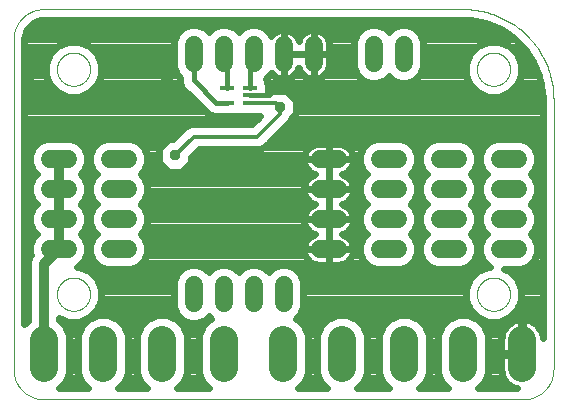
<source format=gbl>
G75*
%MOIN*%
%OFA0B0*%
%FSLAX25Y25*%
%IPPOS*%
%LPD*%
%AMOC8*
5,1,8,0,0,1.08239X$1,22.5*
%
%ADD10C,0.00000*%
%ADD11C,0.09449*%
%ADD12C,0.06000*%
%ADD13R,0.04843X0.01575*%
%ADD14C,0.03200*%
%ADD15C,0.02400*%
%ADD16C,0.04724*%
%ADD17C,0.01600*%
%ADD18OC8,0.03562*%
%ADD19C,0.01200*%
D10*
X0022200Y0013565D02*
X0182200Y0013565D01*
X0182442Y0013568D01*
X0182683Y0013577D01*
X0182924Y0013591D01*
X0183165Y0013612D01*
X0183405Y0013638D01*
X0183645Y0013670D01*
X0183884Y0013708D01*
X0184121Y0013751D01*
X0184358Y0013801D01*
X0184593Y0013856D01*
X0184827Y0013916D01*
X0185059Y0013983D01*
X0185290Y0014054D01*
X0185519Y0014132D01*
X0185746Y0014215D01*
X0185971Y0014303D01*
X0186194Y0014397D01*
X0186414Y0014496D01*
X0186632Y0014601D01*
X0186847Y0014710D01*
X0187060Y0014825D01*
X0187270Y0014945D01*
X0187476Y0015070D01*
X0187680Y0015200D01*
X0187881Y0015335D01*
X0188078Y0015475D01*
X0188272Y0015619D01*
X0188462Y0015768D01*
X0188648Y0015922D01*
X0188831Y0016080D01*
X0189010Y0016242D01*
X0189185Y0016409D01*
X0189356Y0016580D01*
X0189523Y0016755D01*
X0189685Y0016934D01*
X0189843Y0017117D01*
X0189997Y0017303D01*
X0190146Y0017493D01*
X0190290Y0017687D01*
X0190430Y0017884D01*
X0190565Y0018085D01*
X0190695Y0018289D01*
X0190820Y0018495D01*
X0190940Y0018705D01*
X0191055Y0018918D01*
X0191164Y0019133D01*
X0191269Y0019351D01*
X0191368Y0019571D01*
X0191462Y0019794D01*
X0191550Y0020019D01*
X0191633Y0020246D01*
X0191711Y0020475D01*
X0191782Y0020706D01*
X0191849Y0020938D01*
X0191909Y0021172D01*
X0191964Y0021407D01*
X0192014Y0021644D01*
X0192057Y0021881D01*
X0192095Y0022120D01*
X0192127Y0022360D01*
X0192153Y0022600D01*
X0192174Y0022841D01*
X0192188Y0023082D01*
X0192197Y0023323D01*
X0192200Y0023565D01*
X0192200Y0113565D01*
X0166688Y0123565D02*
X0166690Y0123713D01*
X0166696Y0123861D01*
X0166706Y0124009D01*
X0166720Y0124156D01*
X0166738Y0124303D01*
X0166759Y0124449D01*
X0166785Y0124595D01*
X0166815Y0124740D01*
X0166848Y0124884D01*
X0166886Y0125027D01*
X0166927Y0125169D01*
X0166972Y0125310D01*
X0167020Y0125450D01*
X0167073Y0125589D01*
X0167129Y0125726D01*
X0167189Y0125861D01*
X0167252Y0125995D01*
X0167319Y0126127D01*
X0167390Y0126257D01*
X0167464Y0126385D01*
X0167541Y0126511D01*
X0167622Y0126635D01*
X0167706Y0126757D01*
X0167793Y0126876D01*
X0167884Y0126993D01*
X0167978Y0127108D01*
X0168074Y0127220D01*
X0168174Y0127330D01*
X0168276Y0127436D01*
X0168382Y0127540D01*
X0168490Y0127641D01*
X0168601Y0127739D01*
X0168714Y0127835D01*
X0168830Y0127927D01*
X0168948Y0128016D01*
X0169069Y0128101D01*
X0169192Y0128184D01*
X0169317Y0128263D01*
X0169444Y0128339D01*
X0169573Y0128411D01*
X0169704Y0128480D01*
X0169837Y0128545D01*
X0169972Y0128606D01*
X0170108Y0128664D01*
X0170245Y0128719D01*
X0170384Y0128769D01*
X0170525Y0128816D01*
X0170666Y0128859D01*
X0170809Y0128899D01*
X0170953Y0128934D01*
X0171097Y0128966D01*
X0171243Y0128993D01*
X0171389Y0129017D01*
X0171536Y0129037D01*
X0171683Y0129053D01*
X0171830Y0129065D01*
X0171978Y0129073D01*
X0172126Y0129077D01*
X0172274Y0129077D01*
X0172422Y0129073D01*
X0172570Y0129065D01*
X0172717Y0129053D01*
X0172864Y0129037D01*
X0173011Y0129017D01*
X0173157Y0128993D01*
X0173303Y0128966D01*
X0173447Y0128934D01*
X0173591Y0128899D01*
X0173734Y0128859D01*
X0173875Y0128816D01*
X0174016Y0128769D01*
X0174155Y0128719D01*
X0174292Y0128664D01*
X0174428Y0128606D01*
X0174563Y0128545D01*
X0174696Y0128480D01*
X0174827Y0128411D01*
X0174956Y0128339D01*
X0175083Y0128263D01*
X0175208Y0128184D01*
X0175331Y0128101D01*
X0175452Y0128016D01*
X0175570Y0127927D01*
X0175686Y0127835D01*
X0175799Y0127739D01*
X0175910Y0127641D01*
X0176018Y0127540D01*
X0176124Y0127436D01*
X0176226Y0127330D01*
X0176326Y0127220D01*
X0176422Y0127108D01*
X0176516Y0126993D01*
X0176607Y0126876D01*
X0176694Y0126757D01*
X0176778Y0126635D01*
X0176859Y0126511D01*
X0176936Y0126385D01*
X0177010Y0126257D01*
X0177081Y0126127D01*
X0177148Y0125995D01*
X0177211Y0125861D01*
X0177271Y0125726D01*
X0177327Y0125589D01*
X0177380Y0125450D01*
X0177428Y0125310D01*
X0177473Y0125169D01*
X0177514Y0125027D01*
X0177552Y0124884D01*
X0177585Y0124740D01*
X0177615Y0124595D01*
X0177641Y0124449D01*
X0177662Y0124303D01*
X0177680Y0124156D01*
X0177694Y0124009D01*
X0177704Y0123861D01*
X0177710Y0123713D01*
X0177712Y0123565D01*
X0177710Y0123417D01*
X0177704Y0123269D01*
X0177694Y0123121D01*
X0177680Y0122974D01*
X0177662Y0122827D01*
X0177641Y0122681D01*
X0177615Y0122535D01*
X0177585Y0122390D01*
X0177552Y0122246D01*
X0177514Y0122103D01*
X0177473Y0121961D01*
X0177428Y0121820D01*
X0177380Y0121680D01*
X0177327Y0121541D01*
X0177271Y0121404D01*
X0177211Y0121269D01*
X0177148Y0121135D01*
X0177081Y0121003D01*
X0177010Y0120873D01*
X0176936Y0120745D01*
X0176859Y0120619D01*
X0176778Y0120495D01*
X0176694Y0120373D01*
X0176607Y0120254D01*
X0176516Y0120137D01*
X0176422Y0120022D01*
X0176326Y0119910D01*
X0176226Y0119800D01*
X0176124Y0119694D01*
X0176018Y0119590D01*
X0175910Y0119489D01*
X0175799Y0119391D01*
X0175686Y0119295D01*
X0175570Y0119203D01*
X0175452Y0119114D01*
X0175331Y0119029D01*
X0175208Y0118946D01*
X0175083Y0118867D01*
X0174956Y0118791D01*
X0174827Y0118719D01*
X0174696Y0118650D01*
X0174563Y0118585D01*
X0174428Y0118524D01*
X0174292Y0118466D01*
X0174155Y0118411D01*
X0174016Y0118361D01*
X0173875Y0118314D01*
X0173734Y0118271D01*
X0173591Y0118231D01*
X0173447Y0118196D01*
X0173303Y0118164D01*
X0173157Y0118137D01*
X0173011Y0118113D01*
X0172864Y0118093D01*
X0172717Y0118077D01*
X0172570Y0118065D01*
X0172422Y0118057D01*
X0172274Y0118053D01*
X0172126Y0118053D01*
X0171978Y0118057D01*
X0171830Y0118065D01*
X0171683Y0118077D01*
X0171536Y0118093D01*
X0171389Y0118113D01*
X0171243Y0118137D01*
X0171097Y0118164D01*
X0170953Y0118196D01*
X0170809Y0118231D01*
X0170666Y0118271D01*
X0170525Y0118314D01*
X0170384Y0118361D01*
X0170245Y0118411D01*
X0170108Y0118466D01*
X0169972Y0118524D01*
X0169837Y0118585D01*
X0169704Y0118650D01*
X0169573Y0118719D01*
X0169444Y0118791D01*
X0169317Y0118867D01*
X0169192Y0118946D01*
X0169069Y0119029D01*
X0168948Y0119114D01*
X0168830Y0119203D01*
X0168714Y0119295D01*
X0168601Y0119391D01*
X0168490Y0119489D01*
X0168382Y0119590D01*
X0168276Y0119694D01*
X0168174Y0119800D01*
X0168074Y0119910D01*
X0167978Y0120022D01*
X0167884Y0120137D01*
X0167793Y0120254D01*
X0167706Y0120373D01*
X0167622Y0120495D01*
X0167541Y0120619D01*
X0167464Y0120745D01*
X0167390Y0120873D01*
X0167319Y0121003D01*
X0167252Y0121135D01*
X0167189Y0121269D01*
X0167129Y0121404D01*
X0167073Y0121541D01*
X0167020Y0121680D01*
X0166972Y0121820D01*
X0166927Y0121961D01*
X0166886Y0122103D01*
X0166848Y0122246D01*
X0166815Y0122390D01*
X0166785Y0122535D01*
X0166759Y0122681D01*
X0166738Y0122827D01*
X0166720Y0122974D01*
X0166706Y0123121D01*
X0166696Y0123269D01*
X0166690Y0123417D01*
X0166688Y0123565D01*
X0162200Y0143565D02*
X0162925Y0143556D01*
X0163649Y0143530D01*
X0164373Y0143486D01*
X0165095Y0143425D01*
X0165816Y0143346D01*
X0166535Y0143250D01*
X0167251Y0143137D01*
X0167964Y0143006D01*
X0168674Y0142858D01*
X0169379Y0142693D01*
X0170081Y0142511D01*
X0170778Y0142312D01*
X0171471Y0142097D01*
X0172157Y0141864D01*
X0172838Y0141615D01*
X0173513Y0141350D01*
X0174181Y0141069D01*
X0174842Y0140771D01*
X0175496Y0140458D01*
X0176142Y0140129D01*
X0176780Y0139784D01*
X0177409Y0139424D01*
X0178029Y0139049D01*
X0178640Y0138659D01*
X0179242Y0138255D01*
X0179834Y0137836D01*
X0180415Y0137402D01*
X0180986Y0136955D01*
X0181545Y0136494D01*
X0182094Y0136020D01*
X0182630Y0135533D01*
X0183155Y0135033D01*
X0183668Y0134520D01*
X0184168Y0133995D01*
X0184655Y0133459D01*
X0185129Y0132910D01*
X0185590Y0132351D01*
X0186037Y0131780D01*
X0186471Y0131199D01*
X0186890Y0130607D01*
X0187294Y0130005D01*
X0187684Y0129394D01*
X0188059Y0128774D01*
X0188419Y0128145D01*
X0188764Y0127507D01*
X0189093Y0126861D01*
X0189406Y0126207D01*
X0189704Y0125546D01*
X0189985Y0124878D01*
X0190250Y0124203D01*
X0190499Y0123522D01*
X0190732Y0122836D01*
X0190947Y0122143D01*
X0191146Y0121446D01*
X0191328Y0120744D01*
X0191493Y0120039D01*
X0191641Y0119329D01*
X0191772Y0118616D01*
X0191885Y0117900D01*
X0191981Y0117181D01*
X0192060Y0116460D01*
X0192121Y0115738D01*
X0192165Y0115014D01*
X0192191Y0114290D01*
X0192200Y0113565D01*
X0162200Y0143565D02*
X0022200Y0143565D01*
X0021958Y0143562D01*
X0021717Y0143553D01*
X0021476Y0143539D01*
X0021235Y0143518D01*
X0020995Y0143492D01*
X0020755Y0143460D01*
X0020516Y0143422D01*
X0020279Y0143379D01*
X0020042Y0143329D01*
X0019807Y0143274D01*
X0019573Y0143214D01*
X0019341Y0143147D01*
X0019110Y0143076D01*
X0018881Y0142998D01*
X0018654Y0142915D01*
X0018429Y0142827D01*
X0018206Y0142733D01*
X0017986Y0142634D01*
X0017768Y0142529D01*
X0017553Y0142420D01*
X0017340Y0142305D01*
X0017130Y0142185D01*
X0016924Y0142060D01*
X0016720Y0141930D01*
X0016519Y0141795D01*
X0016322Y0141655D01*
X0016128Y0141511D01*
X0015938Y0141362D01*
X0015752Y0141208D01*
X0015569Y0141050D01*
X0015390Y0140888D01*
X0015215Y0140721D01*
X0015044Y0140550D01*
X0014877Y0140375D01*
X0014715Y0140196D01*
X0014557Y0140013D01*
X0014403Y0139827D01*
X0014254Y0139637D01*
X0014110Y0139443D01*
X0013970Y0139246D01*
X0013835Y0139045D01*
X0013705Y0138841D01*
X0013580Y0138635D01*
X0013460Y0138425D01*
X0013345Y0138212D01*
X0013236Y0137997D01*
X0013131Y0137779D01*
X0013032Y0137559D01*
X0012938Y0137336D01*
X0012850Y0137111D01*
X0012767Y0136884D01*
X0012689Y0136655D01*
X0012618Y0136424D01*
X0012551Y0136192D01*
X0012491Y0135958D01*
X0012436Y0135723D01*
X0012386Y0135486D01*
X0012343Y0135249D01*
X0012305Y0135010D01*
X0012273Y0134770D01*
X0012247Y0134530D01*
X0012226Y0134289D01*
X0012212Y0134048D01*
X0012203Y0133807D01*
X0012200Y0133565D01*
X0012200Y0023565D01*
X0012203Y0023323D01*
X0012212Y0023082D01*
X0012226Y0022841D01*
X0012247Y0022600D01*
X0012273Y0022360D01*
X0012305Y0022120D01*
X0012343Y0021881D01*
X0012386Y0021644D01*
X0012436Y0021407D01*
X0012491Y0021172D01*
X0012551Y0020938D01*
X0012618Y0020706D01*
X0012689Y0020475D01*
X0012767Y0020246D01*
X0012850Y0020019D01*
X0012938Y0019794D01*
X0013032Y0019571D01*
X0013131Y0019351D01*
X0013236Y0019133D01*
X0013345Y0018918D01*
X0013460Y0018705D01*
X0013580Y0018495D01*
X0013705Y0018289D01*
X0013835Y0018085D01*
X0013970Y0017884D01*
X0014110Y0017687D01*
X0014254Y0017493D01*
X0014403Y0017303D01*
X0014557Y0017117D01*
X0014715Y0016934D01*
X0014877Y0016755D01*
X0015044Y0016580D01*
X0015215Y0016409D01*
X0015390Y0016242D01*
X0015569Y0016080D01*
X0015752Y0015922D01*
X0015938Y0015768D01*
X0016128Y0015619D01*
X0016322Y0015475D01*
X0016519Y0015335D01*
X0016720Y0015200D01*
X0016924Y0015070D01*
X0017130Y0014945D01*
X0017340Y0014825D01*
X0017553Y0014710D01*
X0017768Y0014601D01*
X0017986Y0014496D01*
X0018206Y0014397D01*
X0018429Y0014303D01*
X0018654Y0014215D01*
X0018881Y0014132D01*
X0019110Y0014054D01*
X0019341Y0013983D01*
X0019573Y0013916D01*
X0019807Y0013856D01*
X0020042Y0013801D01*
X0020279Y0013751D01*
X0020516Y0013708D01*
X0020755Y0013670D01*
X0020995Y0013638D01*
X0021235Y0013612D01*
X0021476Y0013591D01*
X0021717Y0013577D01*
X0021958Y0013568D01*
X0022200Y0013565D01*
X0026688Y0048565D02*
X0026690Y0048713D01*
X0026696Y0048861D01*
X0026706Y0049009D01*
X0026720Y0049156D01*
X0026738Y0049303D01*
X0026759Y0049449D01*
X0026785Y0049595D01*
X0026815Y0049740D01*
X0026848Y0049884D01*
X0026886Y0050027D01*
X0026927Y0050169D01*
X0026972Y0050310D01*
X0027020Y0050450D01*
X0027073Y0050589D01*
X0027129Y0050726D01*
X0027189Y0050861D01*
X0027252Y0050995D01*
X0027319Y0051127D01*
X0027390Y0051257D01*
X0027464Y0051385D01*
X0027541Y0051511D01*
X0027622Y0051635D01*
X0027706Y0051757D01*
X0027793Y0051876D01*
X0027884Y0051993D01*
X0027978Y0052108D01*
X0028074Y0052220D01*
X0028174Y0052330D01*
X0028276Y0052436D01*
X0028382Y0052540D01*
X0028490Y0052641D01*
X0028601Y0052739D01*
X0028714Y0052835D01*
X0028830Y0052927D01*
X0028948Y0053016D01*
X0029069Y0053101D01*
X0029192Y0053184D01*
X0029317Y0053263D01*
X0029444Y0053339D01*
X0029573Y0053411D01*
X0029704Y0053480D01*
X0029837Y0053545D01*
X0029972Y0053606D01*
X0030108Y0053664D01*
X0030245Y0053719D01*
X0030384Y0053769D01*
X0030525Y0053816D01*
X0030666Y0053859D01*
X0030809Y0053899D01*
X0030953Y0053934D01*
X0031097Y0053966D01*
X0031243Y0053993D01*
X0031389Y0054017D01*
X0031536Y0054037D01*
X0031683Y0054053D01*
X0031830Y0054065D01*
X0031978Y0054073D01*
X0032126Y0054077D01*
X0032274Y0054077D01*
X0032422Y0054073D01*
X0032570Y0054065D01*
X0032717Y0054053D01*
X0032864Y0054037D01*
X0033011Y0054017D01*
X0033157Y0053993D01*
X0033303Y0053966D01*
X0033447Y0053934D01*
X0033591Y0053899D01*
X0033734Y0053859D01*
X0033875Y0053816D01*
X0034016Y0053769D01*
X0034155Y0053719D01*
X0034292Y0053664D01*
X0034428Y0053606D01*
X0034563Y0053545D01*
X0034696Y0053480D01*
X0034827Y0053411D01*
X0034956Y0053339D01*
X0035083Y0053263D01*
X0035208Y0053184D01*
X0035331Y0053101D01*
X0035452Y0053016D01*
X0035570Y0052927D01*
X0035686Y0052835D01*
X0035799Y0052739D01*
X0035910Y0052641D01*
X0036018Y0052540D01*
X0036124Y0052436D01*
X0036226Y0052330D01*
X0036326Y0052220D01*
X0036422Y0052108D01*
X0036516Y0051993D01*
X0036607Y0051876D01*
X0036694Y0051757D01*
X0036778Y0051635D01*
X0036859Y0051511D01*
X0036936Y0051385D01*
X0037010Y0051257D01*
X0037081Y0051127D01*
X0037148Y0050995D01*
X0037211Y0050861D01*
X0037271Y0050726D01*
X0037327Y0050589D01*
X0037380Y0050450D01*
X0037428Y0050310D01*
X0037473Y0050169D01*
X0037514Y0050027D01*
X0037552Y0049884D01*
X0037585Y0049740D01*
X0037615Y0049595D01*
X0037641Y0049449D01*
X0037662Y0049303D01*
X0037680Y0049156D01*
X0037694Y0049009D01*
X0037704Y0048861D01*
X0037710Y0048713D01*
X0037712Y0048565D01*
X0037710Y0048417D01*
X0037704Y0048269D01*
X0037694Y0048121D01*
X0037680Y0047974D01*
X0037662Y0047827D01*
X0037641Y0047681D01*
X0037615Y0047535D01*
X0037585Y0047390D01*
X0037552Y0047246D01*
X0037514Y0047103D01*
X0037473Y0046961D01*
X0037428Y0046820D01*
X0037380Y0046680D01*
X0037327Y0046541D01*
X0037271Y0046404D01*
X0037211Y0046269D01*
X0037148Y0046135D01*
X0037081Y0046003D01*
X0037010Y0045873D01*
X0036936Y0045745D01*
X0036859Y0045619D01*
X0036778Y0045495D01*
X0036694Y0045373D01*
X0036607Y0045254D01*
X0036516Y0045137D01*
X0036422Y0045022D01*
X0036326Y0044910D01*
X0036226Y0044800D01*
X0036124Y0044694D01*
X0036018Y0044590D01*
X0035910Y0044489D01*
X0035799Y0044391D01*
X0035686Y0044295D01*
X0035570Y0044203D01*
X0035452Y0044114D01*
X0035331Y0044029D01*
X0035208Y0043946D01*
X0035083Y0043867D01*
X0034956Y0043791D01*
X0034827Y0043719D01*
X0034696Y0043650D01*
X0034563Y0043585D01*
X0034428Y0043524D01*
X0034292Y0043466D01*
X0034155Y0043411D01*
X0034016Y0043361D01*
X0033875Y0043314D01*
X0033734Y0043271D01*
X0033591Y0043231D01*
X0033447Y0043196D01*
X0033303Y0043164D01*
X0033157Y0043137D01*
X0033011Y0043113D01*
X0032864Y0043093D01*
X0032717Y0043077D01*
X0032570Y0043065D01*
X0032422Y0043057D01*
X0032274Y0043053D01*
X0032126Y0043053D01*
X0031978Y0043057D01*
X0031830Y0043065D01*
X0031683Y0043077D01*
X0031536Y0043093D01*
X0031389Y0043113D01*
X0031243Y0043137D01*
X0031097Y0043164D01*
X0030953Y0043196D01*
X0030809Y0043231D01*
X0030666Y0043271D01*
X0030525Y0043314D01*
X0030384Y0043361D01*
X0030245Y0043411D01*
X0030108Y0043466D01*
X0029972Y0043524D01*
X0029837Y0043585D01*
X0029704Y0043650D01*
X0029573Y0043719D01*
X0029444Y0043791D01*
X0029317Y0043867D01*
X0029192Y0043946D01*
X0029069Y0044029D01*
X0028948Y0044114D01*
X0028830Y0044203D01*
X0028714Y0044295D01*
X0028601Y0044391D01*
X0028490Y0044489D01*
X0028382Y0044590D01*
X0028276Y0044694D01*
X0028174Y0044800D01*
X0028074Y0044910D01*
X0027978Y0045022D01*
X0027884Y0045137D01*
X0027793Y0045254D01*
X0027706Y0045373D01*
X0027622Y0045495D01*
X0027541Y0045619D01*
X0027464Y0045745D01*
X0027390Y0045873D01*
X0027319Y0046003D01*
X0027252Y0046135D01*
X0027189Y0046269D01*
X0027129Y0046404D01*
X0027073Y0046541D01*
X0027020Y0046680D01*
X0026972Y0046820D01*
X0026927Y0046961D01*
X0026886Y0047103D01*
X0026848Y0047246D01*
X0026815Y0047390D01*
X0026785Y0047535D01*
X0026759Y0047681D01*
X0026738Y0047827D01*
X0026720Y0047974D01*
X0026706Y0048121D01*
X0026696Y0048269D01*
X0026690Y0048417D01*
X0026688Y0048565D01*
X0026688Y0123565D02*
X0026690Y0123713D01*
X0026696Y0123861D01*
X0026706Y0124009D01*
X0026720Y0124156D01*
X0026738Y0124303D01*
X0026759Y0124449D01*
X0026785Y0124595D01*
X0026815Y0124740D01*
X0026848Y0124884D01*
X0026886Y0125027D01*
X0026927Y0125169D01*
X0026972Y0125310D01*
X0027020Y0125450D01*
X0027073Y0125589D01*
X0027129Y0125726D01*
X0027189Y0125861D01*
X0027252Y0125995D01*
X0027319Y0126127D01*
X0027390Y0126257D01*
X0027464Y0126385D01*
X0027541Y0126511D01*
X0027622Y0126635D01*
X0027706Y0126757D01*
X0027793Y0126876D01*
X0027884Y0126993D01*
X0027978Y0127108D01*
X0028074Y0127220D01*
X0028174Y0127330D01*
X0028276Y0127436D01*
X0028382Y0127540D01*
X0028490Y0127641D01*
X0028601Y0127739D01*
X0028714Y0127835D01*
X0028830Y0127927D01*
X0028948Y0128016D01*
X0029069Y0128101D01*
X0029192Y0128184D01*
X0029317Y0128263D01*
X0029444Y0128339D01*
X0029573Y0128411D01*
X0029704Y0128480D01*
X0029837Y0128545D01*
X0029972Y0128606D01*
X0030108Y0128664D01*
X0030245Y0128719D01*
X0030384Y0128769D01*
X0030525Y0128816D01*
X0030666Y0128859D01*
X0030809Y0128899D01*
X0030953Y0128934D01*
X0031097Y0128966D01*
X0031243Y0128993D01*
X0031389Y0129017D01*
X0031536Y0129037D01*
X0031683Y0129053D01*
X0031830Y0129065D01*
X0031978Y0129073D01*
X0032126Y0129077D01*
X0032274Y0129077D01*
X0032422Y0129073D01*
X0032570Y0129065D01*
X0032717Y0129053D01*
X0032864Y0129037D01*
X0033011Y0129017D01*
X0033157Y0128993D01*
X0033303Y0128966D01*
X0033447Y0128934D01*
X0033591Y0128899D01*
X0033734Y0128859D01*
X0033875Y0128816D01*
X0034016Y0128769D01*
X0034155Y0128719D01*
X0034292Y0128664D01*
X0034428Y0128606D01*
X0034563Y0128545D01*
X0034696Y0128480D01*
X0034827Y0128411D01*
X0034956Y0128339D01*
X0035083Y0128263D01*
X0035208Y0128184D01*
X0035331Y0128101D01*
X0035452Y0128016D01*
X0035570Y0127927D01*
X0035686Y0127835D01*
X0035799Y0127739D01*
X0035910Y0127641D01*
X0036018Y0127540D01*
X0036124Y0127436D01*
X0036226Y0127330D01*
X0036326Y0127220D01*
X0036422Y0127108D01*
X0036516Y0126993D01*
X0036607Y0126876D01*
X0036694Y0126757D01*
X0036778Y0126635D01*
X0036859Y0126511D01*
X0036936Y0126385D01*
X0037010Y0126257D01*
X0037081Y0126127D01*
X0037148Y0125995D01*
X0037211Y0125861D01*
X0037271Y0125726D01*
X0037327Y0125589D01*
X0037380Y0125450D01*
X0037428Y0125310D01*
X0037473Y0125169D01*
X0037514Y0125027D01*
X0037552Y0124884D01*
X0037585Y0124740D01*
X0037615Y0124595D01*
X0037641Y0124449D01*
X0037662Y0124303D01*
X0037680Y0124156D01*
X0037694Y0124009D01*
X0037704Y0123861D01*
X0037710Y0123713D01*
X0037712Y0123565D01*
X0037710Y0123417D01*
X0037704Y0123269D01*
X0037694Y0123121D01*
X0037680Y0122974D01*
X0037662Y0122827D01*
X0037641Y0122681D01*
X0037615Y0122535D01*
X0037585Y0122390D01*
X0037552Y0122246D01*
X0037514Y0122103D01*
X0037473Y0121961D01*
X0037428Y0121820D01*
X0037380Y0121680D01*
X0037327Y0121541D01*
X0037271Y0121404D01*
X0037211Y0121269D01*
X0037148Y0121135D01*
X0037081Y0121003D01*
X0037010Y0120873D01*
X0036936Y0120745D01*
X0036859Y0120619D01*
X0036778Y0120495D01*
X0036694Y0120373D01*
X0036607Y0120254D01*
X0036516Y0120137D01*
X0036422Y0120022D01*
X0036326Y0119910D01*
X0036226Y0119800D01*
X0036124Y0119694D01*
X0036018Y0119590D01*
X0035910Y0119489D01*
X0035799Y0119391D01*
X0035686Y0119295D01*
X0035570Y0119203D01*
X0035452Y0119114D01*
X0035331Y0119029D01*
X0035208Y0118946D01*
X0035083Y0118867D01*
X0034956Y0118791D01*
X0034827Y0118719D01*
X0034696Y0118650D01*
X0034563Y0118585D01*
X0034428Y0118524D01*
X0034292Y0118466D01*
X0034155Y0118411D01*
X0034016Y0118361D01*
X0033875Y0118314D01*
X0033734Y0118271D01*
X0033591Y0118231D01*
X0033447Y0118196D01*
X0033303Y0118164D01*
X0033157Y0118137D01*
X0033011Y0118113D01*
X0032864Y0118093D01*
X0032717Y0118077D01*
X0032570Y0118065D01*
X0032422Y0118057D01*
X0032274Y0118053D01*
X0032126Y0118053D01*
X0031978Y0118057D01*
X0031830Y0118065D01*
X0031683Y0118077D01*
X0031536Y0118093D01*
X0031389Y0118113D01*
X0031243Y0118137D01*
X0031097Y0118164D01*
X0030953Y0118196D01*
X0030809Y0118231D01*
X0030666Y0118271D01*
X0030525Y0118314D01*
X0030384Y0118361D01*
X0030245Y0118411D01*
X0030108Y0118466D01*
X0029972Y0118524D01*
X0029837Y0118585D01*
X0029704Y0118650D01*
X0029573Y0118719D01*
X0029444Y0118791D01*
X0029317Y0118867D01*
X0029192Y0118946D01*
X0029069Y0119029D01*
X0028948Y0119114D01*
X0028830Y0119203D01*
X0028714Y0119295D01*
X0028601Y0119391D01*
X0028490Y0119489D01*
X0028382Y0119590D01*
X0028276Y0119694D01*
X0028174Y0119800D01*
X0028074Y0119910D01*
X0027978Y0120022D01*
X0027884Y0120137D01*
X0027793Y0120254D01*
X0027706Y0120373D01*
X0027622Y0120495D01*
X0027541Y0120619D01*
X0027464Y0120745D01*
X0027390Y0120873D01*
X0027319Y0121003D01*
X0027252Y0121135D01*
X0027189Y0121269D01*
X0027129Y0121404D01*
X0027073Y0121541D01*
X0027020Y0121680D01*
X0026972Y0121820D01*
X0026927Y0121961D01*
X0026886Y0122103D01*
X0026848Y0122246D01*
X0026815Y0122390D01*
X0026785Y0122535D01*
X0026759Y0122681D01*
X0026738Y0122827D01*
X0026720Y0122974D01*
X0026706Y0123121D01*
X0026696Y0123269D01*
X0026690Y0123417D01*
X0026688Y0123565D01*
X0166688Y0048565D02*
X0166690Y0048713D01*
X0166696Y0048861D01*
X0166706Y0049009D01*
X0166720Y0049156D01*
X0166738Y0049303D01*
X0166759Y0049449D01*
X0166785Y0049595D01*
X0166815Y0049740D01*
X0166848Y0049884D01*
X0166886Y0050027D01*
X0166927Y0050169D01*
X0166972Y0050310D01*
X0167020Y0050450D01*
X0167073Y0050589D01*
X0167129Y0050726D01*
X0167189Y0050861D01*
X0167252Y0050995D01*
X0167319Y0051127D01*
X0167390Y0051257D01*
X0167464Y0051385D01*
X0167541Y0051511D01*
X0167622Y0051635D01*
X0167706Y0051757D01*
X0167793Y0051876D01*
X0167884Y0051993D01*
X0167978Y0052108D01*
X0168074Y0052220D01*
X0168174Y0052330D01*
X0168276Y0052436D01*
X0168382Y0052540D01*
X0168490Y0052641D01*
X0168601Y0052739D01*
X0168714Y0052835D01*
X0168830Y0052927D01*
X0168948Y0053016D01*
X0169069Y0053101D01*
X0169192Y0053184D01*
X0169317Y0053263D01*
X0169444Y0053339D01*
X0169573Y0053411D01*
X0169704Y0053480D01*
X0169837Y0053545D01*
X0169972Y0053606D01*
X0170108Y0053664D01*
X0170245Y0053719D01*
X0170384Y0053769D01*
X0170525Y0053816D01*
X0170666Y0053859D01*
X0170809Y0053899D01*
X0170953Y0053934D01*
X0171097Y0053966D01*
X0171243Y0053993D01*
X0171389Y0054017D01*
X0171536Y0054037D01*
X0171683Y0054053D01*
X0171830Y0054065D01*
X0171978Y0054073D01*
X0172126Y0054077D01*
X0172274Y0054077D01*
X0172422Y0054073D01*
X0172570Y0054065D01*
X0172717Y0054053D01*
X0172864Y0054037D01*
X0173011Y0054017D01*
X0173157Y0053993D01*
X0173303Y0053966D01*
X0173447Y0053934D01*
X0173591Y0053899D01*
X0173734Y0053859D01*
X0173875Y0053816D01*
X0174016Y0053769D01*
X0174155Y0053719D01*
X0174292Y0053664D01*
X0174428Y0053606D01*
X0174563Y0053545D01*
X0174696Y0053480D01*
X0174827Y0053411D01*
X0174956Y0053339D01*
X0175083Y0053263D01*
X0175208Y0053184D01*
X0175331Y0053101D01*
X0175452Y0053016D01*
X0175570Y0052927D01*
X0175686Y0052835D01*
X0175799Y0052739D01*
X0175910Y0052641D01*
X0176018Y0052540D01*
X0176124Y0052436D01*
X0176226Y0052330D01*
X0176326Y0052220D01*
X0176422Y0052108D01*
X0176516Y0051993D01*
X0176607Y0051876D01*
X0176694Y0051757D01*
X0176778Y0051635D01*
X0176859Y0051511D01*
X0176936Y0051385D01*
X0177010Y0051257D01*
X0177081Y0051127D01*
X0177148Y0050995D01*
X0177211Y0050861D01*
X0177271Y0050726D01*
X0177327Y0050589D01*
X0177380Y0050450D01*
X0177428Y0050310D01*
X0177473Y0050169D01*
X0177514Y0050027D01*
X0177552Y0049884D01*
X0177585Y0049740D01*
X0177615Y0049595D01*
X0177641Y0049449D01*
X0177662Y0049303D01*
X0177680Y0049156D01*
X0177694Y0049009D01*
X0177704Y0048861D01*
X0177710Y0048713D01*
X0177712Y0048565D01*
X0177710Y0048417D01*
X0177704Y0048269D01*
X0177694Y0048121D01*
X0177680Y0047974D01*
X0177662Y0047827D01*
X0177641Y0047681D01*
X0177615Y0047535D01*
X0177585Y0047390D01*
X0177552Y0047246D01*
X0177514Y0047103D01*
X0177473Y0046961D01*
X0177428Y0046820D01*
X0177380Y0046680D01*
X0177327Y0046541D01*
X0177271Y0046404D01*
X0177211Y0046269D01*
X0177148Y0046135D01*
X0177081Y0046003D01*
X0177010Y0045873D01*
X0176936Y0045745D01*
X0176859Y0045619D01*
X0176778Y0045495D01*
X0176694Y0045373D01*
X0176607Y0045254D01*
X0176516Y0045137D01*
X0176422Y0045022D01*
X0176326Y0044910D01*
X0176226Y0044800D01*
X0176124Y0044694D01*
X0176018Y0044590D01*
X0175910Y0044489D01*
X0175799Y0044391D01*
X0175686Y0044295D01*
X0175570Y0044203D01*
X0175452Y0044114D01*
X0175331Y0044029D01*
X0175208Y0043946D01*
X0175083Y0043867D01*
X0174956Y0043791D01*
X0174827Y0043719D01*
X0174696Y0043650D01*
X0174563Y0043585D01*
X0174428Y0043524D01*
X0174292Y0043466D01*
X0174155Y0043411D01*
X0174016Y0043361D01*
X0173875Y0043314D01*
X0173734Y0043271D01*
X0173591Y0043231D01*
X0173447Y0043196D01*
X0173303Y0043164D01*
X0173157Y0043137D01*
X0173011Y0043113D01*
X0172864Y0043093D01*
X0172717Y0043077D01*
X0172570Y0043065D01*
X0172422Y0043057D01*
X0172274Y0043053D01*
X0172126Y0043053D01*
X0171978Y0043057D01*
X0171830Y0043065D01*
X0171683Y0043077D01*
X0171536Y0043093D01*
X0171389Y0043113D01*
X0171243Y0043137D01*
X0171097Y0043164D01*
X0170953Y0043196D01*
X0170809Y0043231D01*
X0170666Y0043271D01*
X0170525Y0043314D01*
X0170384Y0043361D01*
X0170245Y0043411D01*
X0170108Y0043466D01*
X0169972Y0043524D01*
X0169837Y0043585D01*
X0169704Y0043650D01*
X0169573Y0043719D01*
X0169444Y0043791D01*
X0169317Y0043867D01*
X0169192Y0043946D01*
X0169069Y0044029D01*
X0168948Y0044114D01*
X0168830Y0044203D01*
X0168714Y0044295D01*
X0168601Y0044391D01*
X0168490Y0044489D01*
X0168382Y0044590D01*
X0168276Y0044694D01*
X0168174Y0044800D01*
X0168074Y0044910D01*
X0167978Y0045022D01*
X0167884Y0045137D01*
X0167793Y0045254D01*
X0167706Y0045373D01*
X0167622Y0045495D01*
X0167541Y0045619D01*
X0167464Y0045745D01*
X0167390Y0045873D01*
X0167319Y0046003D01*
X0167252Y0046135D01*
X0167189Y0046269D01*
X0167129Y0046404D01*
X0167073Y0046541D01*
X0167020Y0046680D01*
X0166972Y0046820D01*
X0166927Y0046961D01*
X0166886Y0047103D01*
X0166848Y0047246D01*
X0166815Y0047390D01*
X0166785Y0047535D01*
X0166759Y0047681D01*
X0166738Y0047827D01*
X0166720Y0047974D01*
X0166706Y0048121D01*
X0166696Y0048269D01*
X0166690Y0048417D01*
X0166688Y0048565D01*
D11*
X0162043Y0033290D02*
X0162043Y0023841D01*
X0181728Y0023841D02*
X0181728Y0033290D01*
X0142357Y0033290D02*
X0142357Y0023841D01*
X0121728Y0023841D02*
X0121728Y0033290D01*
X0102043Y0033290D02*
X0102043Y0023841D01*
X0082357Y0023841D02*
X0082357Y0033290D01*
X0061728Y0033290D02*
X0061728Y0023841D01*
X0042043Y0023841D02*
X0042043Y0033290D01*
X0022357Y0033290D02*
X0022357Y0023841D01*
D12*
X0072200Y0045565D02*
X0072200Y0051565D01*
X0082200Y0051565D02*
X0082200Y0045565D01*
X0092200Y0045565D02*
X0092200Y0051565D01*
X0102200Y0051565D02*
X0102200Y0045565D01*
X0114200Y0063565D02*
X0120200Y0063565D01*
X0120200Y0073565D02*
X0114200Y0073565D01*
X0114200Y0083565D02*
X0120200Y0083565D01*
X0134200Y0083565D02*
X0140200Y0083565D01*
X0154200Y0083565D02*
X0160200Y0083565D01*
X0160200Y0073565D02*
X0154200Y0073565D01*
X0154200Y0063565D02*
X0160200Y0063565D01*
X0174200Y0063565D02*
X0180200Y0063565D01*
X0180200Y0073565D02*
X0174200Y0073565D01*
X0174200Y0083565D02*
X0180200Y0083565D01*
X0180200Y0093565D02*
X0174200Y0093565D01*
X0160200Y0093565D02*
X0154200Y0093565D01*
X0140200Y0093565D02*
X0134200Y0093565D01*
X0120200Y0093565D02*
X0114200Y0093565D01*
X0134200Y0073565D02*
X0140200Y0073565D01*
X0140200Y0063565D02*
X0134200Y0063565D01*
X0050200Y0063565D02*
X0044200Y0063565D01*
X0044200Y0073565D02*
X0050200Y0073565D01*
X0050200Y0083565D02*
X0044200Y0083565D01*
X0030200Y0083565D02*
X0024200Y0083565D01*
X0024200Y0073565D02*
X0030200Y0073565D01*
X0030200Y0063565D02*
X0024200Y0063565D01*
X0024200Y0093565D02*
X0030200Y0093565D01*
X0044200Y0093565D02*
X0050200Y0093565D01*
X0072200Y0125565D02*
X0072200Y0131565D01*
X0082200Y0131565D02*
X0082200Y0125565D01*
X0092200Y0125565D02*
X0092200Y0131565D01*
X0102200Y0131565D02*
X0102200Y0125565D01*
X0112200Y0125565D02*
X0112200Y0131565D01*
X0132200Y0131565D02*
X0132200Y0125565D01*
X0142200Y0125565D02*
X0142200Y0131565D01*
D13*
X0090901Y0117374D03*
X0090901Y0114815D03*
X0090901Y0112256D03*
X0083499Y0112256D03*
X0083499Y0117374D03*
D14*
X0027200Y0093565D02*
X0027200Y0063565D01*
X0022200Y0058565D01*
X0022200Y0028565D01*
D15*
X0030682Y0027956D02*
X0033718Y0027956D01*
X0033718Y0030355D02*
X0030682Y0030355D01*
X0030682Y0032753D02*
X0033718Y0032753D01*
X0033718Y0034946D02*
X0033718Y0022185D01*
X0034985Y0019126D01*
X0036946Y0017165D01*
X0027454Y0017165D01*
X0029415Y0019126D01*
X0030682Y0022185D01*
X0030682Y0034946D01*
X0029415Y0038005D01*
X0027400Y0040020D01*
X0027400Y0040691D01*
X0030388Y0039454D01*
X0034012Y0039454D01*
X0037361Y0040841D01*
X0039925Y0043404D01*
X0041312Y0046753D01*
X0041312Y0050378D01*
X0039925Y0053727D01*
X0037361Y0056290D01*
X0034012Y0057677D01*
X0033231Y0057677D01*
X0033939Y0057970D01*
X0035795Y0059827D01*
X0036800Y0062253D01*
X0036800Y0064878D01*
X0035795Y0067304D01*
X0034534Y0068565D01*
X0035795Y0069827D01*
X0036800Y0072253D01*
X0036800Y0074878D01*
X0035795Y0077304D01*
X0034534Y0078565D01*
X0035795Y0079827D01*
X0036800Y0082253D01*
X0036800Y0084878D01*
X0035795Y0087304D01*
X0034534Y0088565D01*
X0035795Y0089827D01*
X0036800Y0092253D01*
X0036800Y0094878D01*
X0035795Y0097304D01*
X0033939Y0099161D01*
X0031513Y0100165D01*
X0022887Y0100165D01*
X0020461Y0099161D01*
X0018605Y0097304D01*
X0017600Y0094878D01*
X0017600Y0092253D01*
X0018605Y0089827D01*
X0019866Y0088565D01*
X0018605Y0087304D01*
X0017600Y0084878D01*
X0017600Y0082253D01*
X0018605Y0079827D01*
X0019866Y0078565D01*
X0018605Y0077304D01*
X0017600Y0074878D01*
X0017600Y0072253D01*
X0018605Y0069827D01*
X0019866Y0068565D01*
X0018605Y0067304D01*
X0017600Y0064878D01*
X0017600Y0062253D01*
X0017873Y0061593D01*
X0017792Y0061511D01*
X0017000Y0059600D01*
X0017000Y0039705D01*
X0015800Y0038505D01*
X0015800Y0133565D01*
X0015879Y0134567D01*
X0016498Y0136471D01*
X0017675Y0138091D01*
X0019294Y0139268D01*
X0021199Y0139887D01*
X0022200Y0139965D01*
X0162200Y0139965D01*
X0164788Y0139838D01*
X0169864Y0138829D01*
X0174645Y0136848D01*
X0178948Y0133973D01*
X0182607Y0130313D01*
X0185483Y0126010D01*
X0187463Y0121229D01*
X0188473Y0116153D01*
X0188600Y0113565D01*
X0188600Y0034138D01*
X0188533Y0034644D01*
X0188299Y0035520D01*
X0187951Y0036359D01*
X0187497Y0037145D01*
X0186945Y0037865D01*
X0186303Y0038507D01*
X0185583Y0039060D01*
X0184797Y0039513D01*
X0183958Y0039861D01*
X0183081Y0040096D01*
X0182181Y0040214D01*
X0182102Y0040214D01*
X0182102Y0028940D01*
X0181353Y0028940D01*
X0181353Y0028191D01*
X0174803Y0028191D01*
X0174803Y0023387D01*
X0174922Y0022487D01*
X0175157Y0021610D01*
X0175504Y0020772D01*
X0175958Y0019986D01*
X0176510Y0019266D01*
X0177152Y0018624D01*
X0177872Y0018071D01*
X0178658Y0017617D01*
X0179497Y0017270D01*
X0179887Y0017165D01*
X0167139Y0017165D01*
X0169100Y0019126D01*
X0170367Y0022185D01*
X0170367Y0034946D01*
X0169100Y0038005D01*
X0166758Y0040347D01*
X0163698Y0041614D01*
X0160387Y0041614D01*
X0157327Y0040347D01*
X0154985Y0038005D01*
X0153718Y0034946D01*
X0153718Y0022185D01*
X0154985Y0019126D01*
X0156946Y0017165D01*
X0147454Y0017165D01*
X0149415Y0019126D01*
X0150682Y0022185D01*
X0150682Y0034946D01*
X0149415Y0038005D01*
X0147073Y0040347D01*
X0144013Y0041614D01*
X0140702Y0041614D01*
X0137642Y0040347D01*
X0135300Y0038005D01*
X0134033Y0034946D01*
X0134033Y0022185D01*
X0135300Y0019126D01*
X0137261Y0017165D01*
X0126824Y0017165D01*
X0128785Y0019126D01*
X0130052Y0022185D01*
X0130052Y0034946D01*
X0128785Y0038005D01*
X0126443Y0040347D01*
X0123383Y0041614D01*
X0120072Y0041614D01*
X0117012Y0040347D01*
X0114670Y0038005D01*
X0113403Y0034946D01*
X0113403Y0022185D01*
X0114670Y0019126D01*
X0116631Y0017165D01*
X0107139Y0017165D01*
X0109100Y0019126D01*
X0110367Y0022185D01*
X0110367Y0034946D01*
X0109100Y0038005D01*
X0106758Y0040347D01*
X0106445Y0040476D01*
X0107795Y0041827D01*
X0108800Y0044253D01*
X0108800Y0052878D01*
X0107795Y0055304D01*
X0105939Y0057161D01*
X0103513Y0058165D01*
X0100887Y0058165D01*
X0098461Y0057161D01*
X0097200Y0055899D01*
X0095939Y0057161D01*
X0093513Y0058165D01*
X0090887Y0058165D01*
X0088461Y0057161D01*
X0087200Y0055899D01*
X0085939Y0057161D01*
X0083513Y0058165D01*
X0080887Y0058165D01*
X0078461Y0057161D01*
X0077200Y0055899D01*
X0075939Y0057161D01*
X0073513Y0058165D01*
X0070887Y0058165D01*
X0068461Y0057161D01*
X0066605Y0055304D01*
X0065600Y0052878D01*
X0065600Y0044253D01*
X0066605Y0041827D01*
X0068461Y0039970D01*
X0070887Y0038965D01*
X0073513Y0038965D01*
X0075939Y0039970D01*
X0077200Y0041232D01*
X0077955Y0040476D01*
X0077642Y0040347D01*
X0075300Y0038005D01*
X0074033Y0034946D01*
X0074033Y0022185D01*
X0075300Y0019126D01*
X0077261Y0017165D01*
X0066824Y0017165D01*
X0068785Y0019126D01*
X0070052Y0022185D01*
X0070052Y0034946D01*
X0068785Y0038005D01*
X0066443Y0040347D01*
X0063383Y0041614D01*
X0060072Y0041614D01*
X0057012Y0040347D01*
X0054670Y0038005D01*
X0053403Y0034946D01*
X0053403Y0022185D01*
X0054670Y0019126D01*
X0056631Y0017165D01*
X0047139Y0017165D01*
X0049100Y0019126D01*
X0050367Y0022185D01*
X0050367Y0034946D01*
X0049100Y0038005D01*
X0046758Y0040347D01*
X0043698Y0041614D01*
X0040387Y0041614D01*
X0037327Y0040347D01*
X0034985Y0038005D01*
X0033718Y0034946D01*
X0033804Y0035152D02*
X0030596Y0035152D01*
X0029603Y0037550D02*
X0034797Y0037550D01*
X0035209Y0039949D02*
X0036929Y0039949D01*
X0038868Y0042347D02*
X0066389Y0042347D01*
X0066841Y0039949D02*
X0068512Y0039949D01*
X0068973Y0037550D02*
X0075112Y0037550D01*
X0075888Y0039949D02*
X0077244Y0039949D01*
X0074119Y0035152D02*
X0069966Y0035152D01*
X0070052Y0032753D02*
X0074033Y0032753D01*
X0074033Y0030355D02*
X0070052Y0030355D01*
X0070052Y0027956D02*
X0074033Y0027956D01*
X0074033Y0025558D02*
X0070052Y0025558D01*
X0070052Y0023159D02*
X0074033Y0023159D01*
X0074623Y0020761D02*
X0069462Y0020761D01*
X0068021Y0018362D02*
X0076064Y0018362D01*
X0055434Y0018362D02*
X0048336Y0018362D01*
X0049777Y0020761D02*
X0053993Y0020761D01*
X0053403Y0023159D02*
X0050367Y0023159D01*
X0050367Y0025558D02*
X0053403Y0025558D01*
X0053403Y0027956D02*
X0050367Y0027956D01*
X0050367Y0030355D02*
X0053403Y0030355D01*
X0053403Y0032753D02*
X0050367Y0032753D01*
X0050281Y0035152D02*
X0053489Y0035152D01*
X0054482Y0037550D02*
X0049288Y0037550D01*
X0047156Y0039949D02*
X0056614Y0039949D01*
X0065600Y0044746D02*
X0040481Y0044746D01*
X0041312Y0047145D02*
X0065600Y0047145D01*
X0065600Y0049543D02*
X0041312Y0049543D01*
X0040664Y0051942D02*
X0065600Y0051942D01*
X0066206Y0054340D02*
X0039311Y0054340D01*
X0040461Y0057970D02*
X0042887Y0056965D01*
X0051513Y0056965D01*
X0053939Y0057970D01*
X0055795Y0059827D01*
X0056800Y0062253D01*
X0056800Y0064878D01*
X0055795Y0067304D01*
X0054534Y0068565D01*
X0055795Y0069827D01*
X0056800Y0072253D01*
X0056800Y0074878D01*
X0055795Y0077304D01*
X0054534Y0078565D01*
X0055795Y0079827D01*
X0056800Y0082253D01*
X0056800Y0084878D01*
X0055795Y0087304D01*
X0054534Y0088565D01*
X0055795Y0089827D01*
X0056800Y0092253D01*
X0056800Y0094878D01*
X0055795Y0097304D01*
X0053939Y0099161D01*
X0051513Y0100165D01*
X0042887Y0100165D01*
X0040461Y0099161D01*
X0038605Y0097304D01*
X0037600Y0094878D01*
X0037600Y0092253D01*
X0038605Y0089827D01*
X0039866Y0088565D01*
X0038605Y0087304D01*
X0037600Y0084878D01*
X0037600Y0082253D01*
X0038605Y0079827D01*
X0039866Y0078565D01*
X0038605Y0077304D01*
X0037600Y0074878D01*
X0037600Y0072253D01*
X0038605Y0069827D01*
X0039866Y0068565D01*
X0038605Y0067304D01*
X0037600Y0064878D01*
X0037600Y0062253D01*
X0038605Y0059827D01*
X0040461Y0057970D01*
X0039294Y0059137D02*
X0035106Y0059137D01*
X0036278Y0056739D02*
X0068039Y0056739D01*
X0076361Y0056739D02*
X0078039Y0056739D01*
X0086361Y0056739D02*
X0088039Y0056739D01*
X0096361Y0056739D02*
X0098039Y0056739D01*
X0106361Y0056739D02*
X0168122Y0056739D01*
X0167039Y0056290D02*
X0164475Y0053727D01*
X0163088Y0050378D01*
X0163088Y0046753D01*
X0164475Y0043404D01*
X0167039Y0040841D01*
X0170388Y0039454D01*
X0174012Y0039454D01*
X0177361Y0040841D01*
X0179925Y0043404D01*
X0181312Y0046753D01*
X0181312Y0050378D01*
X0179925Y0053727D01*
X0177361Y0056290D01*
X0175731Y0056965D01*
X0181513Y0056965D01*
X0183939Y0057970D01*
X0185795Y0059827D01*
X0186800Y0062253D01*
X0186800Y0064878D01*
X0185795Y0067304D01*
X0184534Y0068565D01*
X0185795Y0069827D01*
X0186800Y0072253D01*
X0186800Y0074878D01*
X0185795Y0077304D01*
X0184534Y0078565D01*
X0185795Y0079827D01*
X0186800Y0082253D01*
X0186800Y0084878D01*
X0185795Y0087304D01*
X0184534Y0088565D01*
X0185795Y0089827D01*
X0186800Y0092253D01*
X0186800Y0094878D01*
X0185795Y0097304D01*
X0183939Y0099161D01*
X0181513Y0100165D01*
X0172887Y0100165D01*
X0170461Y0099161D01*
X0168605Y0097304D01*
X0167600Y0094878D01*
X0167600Y0092253D01*
X0168605Y0089827D01*
X0169866Y0088565D01*
X0168605Y0087304D01*
X0167600Y0084878D01*
X0167600Y0082253D01*
X0168605Y0079827D01*
X0169866Y0078565D01*
X0168605Y0077304D01*
X0167600Y0074878D01*
X0167600Y0072253D01*
X0168605Y0069827D01*
X0169866Y0068565D01*
X0168605Y0067304D01*
X0167600Y0064878D01*
X0167600Y0062253D01*
X0168605Y0059827D01*
X0170461Y0057970D01*
X0171169Y0057677D01*
X0170388Y0057677D01*
X0167039Y0056290D01*
X0165089Y0054340D02*
X0108194Y0054340D01*
X0108800Y0051942D02*
X0163736Y0051942D01*
X0163088Y0049543D02*
X0108800Y0049543D01*
X0108800Y0047145D02*
X0163088Y0047145D01*
X0163919Y0044746D02*
X0108800Y0044746D01*
X0108011Y0042347D02*
X0165532Y0042347D01*
X0167156Y0039949D02*
X0169191Y0039949D01*
X0169288Y0037550D02*
X0176269Y0037550D01*
X0176510Y0037865D02*
X0175958Y0037145D01*
X0175504Y0036359D01*
X0175157Y0035520D01*
X0174922Y0034644D01*
X0174803Y0033744D01*
X0174803Y0028940D01*
X0181353Y0028940D01*
X0181353Y0040214D01*
X0181274Y0040214D01*
X0180374Y0040096D01*
X0179497Y0039861D01*
X0178658Y0039513D01*
X0177872Y0039060D01*
X0177152Y0038507D01*
X0176510Y0037865D01*
X0175209Y0039949D02*
X0179826Y0039949D01*
X0181353Y0039949D02*
X0182102Y0039949D01*
X0183629Y0039949D02*
X0188600Y0039949D01*
X0188600Y0042347D02*
X0178868Y0042347D01*
X0180481Y0044746D02*
X0188600Y0044746D01*
X0188600Y0047145D02*
X0181312Y0047145D01*
X0181312Y0049543D02*
X0188600Y0049543D01*
X0188600Y0051942D02*
X0180664Y0051942D01*
X0179311Y0054340D02*
X0188600Y0054340D01*
X0188600Y0056739D02*
X0176278Y0056739D01*
X0169294Y0059137D02*
X0165106Y0059137D01*
X0165795Y0059827D02*
X0163939Y0057970D01*
X0161513Y0056965D01*
X0152887Y0056965D01*
X0150461Y0057970D01*
X0148605Y0059827D01*
X0147600Y0062253D01*
X0147600Y0064878D01*
X0148605Y0067304D01*
X0149866Y0068565D01*
X0148605Y0069827D01*
X0147600Y0072253D01*
X0147600Y0074878D01*
X0148605Y0077304D01*
X0149866Y0078565D01*
X0148605Y0079827D01*
X0147600Y0082253D01*
X0147600Y0084878D01*
X0148605Y0087304D01*
X0149866Y0088565D01*
X0148605Y0089827D01*
X0147600Y0092253D01*
X0147600Y0094878D01*
X0148605Y0097304D01*
X0150461Y0099161D01*
X0152887Y0100165D01*
X0161513Y0100165D01*
X0163939Y0099161D01*
X0165795Y0097304D01*
X0166800Y0094878D01*
X0166800Y0092253D01*
X0165795Y0089827D01*
X0164534Y0088565D01*
X0165795Y0087304D01*
X0166800Y0084878D01*
X0166800Y0082253D01*
X0165795Y0079827D01*
X0164534Y0078565D01*
X0165795Y0077304D01*
X0166800Y0074878D01*
X0166800Y0072253D01*
X0165795Y0069827D01*
X0164534Y0068565D01*
X0165795Y0067304D01*
X0166800Y0064878D01*
X0166800Y0062253D01*
X0165795Y0059827D01*
X0166503Y0061536D02*
X0167897Y0061536D01*
X0167600Y0063934D02*
X0166800Y0063934D01*
X0166198Y0066333D02*
X0168202Y0066333D01*
X0169700Y0068731D02*
X0164700Y0068731D01*
X0166335Y0071130D02*
X0168065Y0071130D01*
X0167600Y0073528D02*
X0166800Y0073528D01*
X0166366Y0075927D02*
X0168034Y0075927D01*
X0169626Y0078325D02*
X0164774Y0078325D01*
X0166167Y0080724D02*
X0168233Y0080724D01*
X0167600Y0083122D02*
X0166800Y0083122D01*
X0166534Y0085521D02*
X0167866Y0085521D01*
X0169220Y0087919D02*
X0165180Y0087919D01*
X0165999Y0090318D02*
X0168401Y0090318D01*
X0167600Y0092716D02*
X0166800Y0092716D01*
X0166702Y0095115D02*
X0167698Y0095115D01*
X0168814Y0097513D02*
X0165586Y0097513D01*
X0162125Y0099912D02*
X0172275Y0099912D01*
X0182125Y0099912D02*
X0188600Y0099912D01*
X0188600Y0102310D02*
X0100635Y0102310D01*
X0098236Y0099912D02*
X0132275Y0099912D01*
X0132887Y0100165D02*
X0130461Y0099161D01*
X0128605Y0097304D01*
X0127600Y0094878D01*
X0127600Y0092253D01*
X0128605Y0089827D01*
X0129866Y0088565D01*
X0128605Y0087304D01*
X0127600Y0084878D01*
X0127600Y0082253D01*
X0128605Y0079827D01*
X0129866Y0078565D01*
X0128605Y0077304D01*
X0127600Y0074878D01*
X0127600Y0072253D01*
X0128605Y0069827D01*
X0129866Y0068565D01*
X0128605Y0067304D01*
X0127600Y0064878D01*
X0127600Y0062253D01*
X0128605Y0059827D01*
X0130461Y0057970D01*
X0132887Y0056965D01*
X0141513Y0056965D01*
X0143939Y0057970D01*
X0145795Y0059827D01*
X0146800Y0062253D01*
X0146800Y0064878D01*
X0145795Y0067304D01*
X0144534Y0068565D01*
X0145795Y0069827D01*
X0146800Y0072253D01*
X0146800Y0074878D01*
X0145795Y0077304D01*
X0144534Y0078565D01*
X0145795Y0079827D01*
X0146800Y0082253D01*
X0146800Y0084878D01*
X0145795Y0087304D01*
X0144534Y0088565D01*
X0145795Y0089827D01*
X0146800Y0092253D01*
X0146800Y0094878D01*
X0145795Y0097304D01*
X0143939Y0099161D01*
X0141513Y0100165D01*
X0132887Y0100165D01*
X0128814Y0097513D02*
X0123606Y0097513D01*
X0123588Y0097532D02*
X0122925Y0098013D01*
X0122196Y0098384D01*
X0121418Y0098637D01*
X0120609Y0098765D01*
X0117200Y0098765D01*
X0113791Y0098765D01*
X0112982Y0098637D01*
X0112204Y0098384D01*
X0111475Y0098013D01*
X0110812Y0097532D01*
X0110234Y0096953D01*
X0109753Y0096291D01*
X0109381Y0095561D01*
X0109128Y0094783D01*
X0109000Y0093975D01*
X0109000Y0093565D01*
X0109000Y0093156D01*
X0109128Y0092348D01*
X0109381Y0091569D01*
X0109753Y0090840D01*
X0110234Y0090178D01*
X0110812Y0089599D01*
X0111475Y0089118D01*
X0112204Y0088746D01*
X0112761Y0088565D01*
X0112204Y0088384D01*
X0111475Y0088013D01*
X0110812Y0087532D01*
X0110234Y0086953D01*
X0109753Y0086291D01*
X0109381Y0085561D01*
X0109128Y0084783D01*
X0109000Y0083975D01*
X0109000Y0083565D01*
X0109000Y0083156D01*
X0109128Y0082348D01*
X0109381Y0081569D01*
X0109753Y0080840D01*
X0110234Y0080178D01*
X0110812Y0079599D01*
X0111475Y0079118D01*
X0112204Y0078746D01*
X0112761Y0078565D01*
X0112204Y0078384D01*
X0111475Y0078013D01*
X0110812Y0077532D01*
X0110234Y0076953D01*
X0109753Y0076291D01*
X0109381Y0075561D01*
X0109128Y0074783D01*
X0109000Y0073975D01*
X0109000Y0073565D01*
X0109000Y0073156D01*
X0109128Y0072348D01*
X0109381Y0071569D01*
X0109753Y0070840D01*
X0110234Y0070178D01*
X0110812Y0069599D01*
X0111475Y0069118D01*
X0112204Y0068746D01*
X0112761Y0068565D01*
X0112204Y0068384D01*
X0111475Y0068013D01*
X0110812Y0067532D01*
X0110234Y0066953D01*
X0109753Y0066291D01*
X0109381Y0065561D01*
X0109128Y0064783D01*
X0109000Y0063975D01*
X0109000Y0063565D01*
X0109000Y0063156D01*
X0109128Y0062348D01*
X0109381Y0061569D01*
X0109753Y0060840D01*
X0110234Y0060178D01*
X0110812Y0059599D01*
X0111475Y0059118D01*
X0112204Y0058746D01*
X0112982Y0058493D01*
X0113791Y0058365D01*
X0117200Y0058365D01*
X0117200Y0063565D01*
X0117200Y0058365D01*
X0120609Y0058365D01*
X0121418Y0058493D01*
X0122196Y0058746D01*
X0122925Y0059118D01*
X0123588Y0059599D01*
X0124166Y0060178D01*
X0124647Y0060840D01*
X0125019Y0061569D01*
X0125272Y0062348D01*
X0125400Y0063156D01*
X0125400Y0063565D01*
X0117200Y0063565D01*
X0117200Y0063565D01*
X0117200Y0063565D01*
X0109000Y0063565D01*
X0117200Y0063565D01*
X0117200Y0063565D01*
X0125400Y0063565D01*
X0125400Y0063975D01*
X0125272Y0064783D01*
X0125019Y0065561D01*
X0124647Y0066291D01*
X0124166Y0066953D01*
X0123588Y0067532D01*
X0122925Y0068013D01*
X0122196Y0068384D01*
X0121639Y0068565D01*
X0122196Y0068746D01*
X0122925Y0069118D01*
X0123588Y0069599D01*
X0124166Y0070178D01*
X0124647Y0070840D01*
X0125019Y0071569D01*
X0125272Y0072348D01*
X0125400Y0073156D01*
X0125400Y0073565D01*
X0117200Y0073565D01*
X0117200Y0068365D01*
X0117200Y0063565D01*
X0117200Y0073565D01*
X0117200Y0073565D01*
X0117200Y0073565D01*
X0109000Y0073565D01*
X0117200Y0073565D01*
X0117200Y0073565D01*
X0125400Y0073565D01*
X0125400Y0073975D01*
X0125272Y0074783D01*
X0125019Y0075561D01*
X0124647Y0076291D01*
X0124166Y0076953D01*
X0123588Y0077532D01*
X0122925Y0078013D01*
X0122196Y0078384D01*
X0121639Y0078565D01*
X0122196Y0078746D01*
X0122925Y0079118D01*
X0123588Y0079599D01*
X0124166Y0080178D01*
X0124647Y0080840D01*
X0125019Y0081569D01*
X0125272Y0082348D01*
X0125400Y0083156D01*
X0125400Y0083565D01*
X0117200Y0083565D01*
X0117200Y0078365D01*
X0117200Y0073565D01*
X0117200Y0083565D01*
X0117200Y0083565D01*
X0117200Y0083565D01*
X0109000Y0083565D01*
X0117200Y0083565D01*
X0117200Y0083565D01*
X0125400Y0083565D01*
X0125400Y0083975D01*
X0125272Y0084783D01*
X0125019Y0085561D01*
X0124647Y0086291D01*
X0124166Y0086953D01*
X0123588Y0087532D01*
X0122925Y0088013D01*
X0122196Y0088384D01*
X0121639Y0088565D01*
X0122196Y0088746D01*
X0122925Y0089118D01*
X0123588Y0089599D01*
X0124166Y0090178D01*
X0124647Y0090840D01*
X0125019Y0091569D01*
X0125272Y0092348D01*
X0125400Y0093156D01*
X0125400Y0093565D01*
X0117200Y0093565D01*
X0117200Y0088765D01*
X0117200Y0083565D01*
X0117200Y0093565D01*
X0117200Y0093565D01*
X0117200Y0093565D01*
X0109000Y0093565D01*
X0117200Y0093565D01*
X0117200Y0093565D01*
X0125400Y0093565D01*
X0125400Y0093975D01*
X0125272Y0094783D01*
X0125019Y0095561D01*
X0124647Y0096291D01*
X0124166Y0096953D01*
X0123588Y0097532D01*
X0125164Y0095115D02*
X0127698Y0095115D01*
X0127600Y0092716D02*
X0125330Y0092716D01*
X0124268Y0090318D02*
X0128401Y0090318D01*
X0129220Y0087919D02*
X0123054Y0087919D01*
X0125032Y0085521D02*
X0127866Y0085521D01*
X0127600Y0083122D02*
X0125395Y0083122D01*
X0124563Y0080724D02*
X0128233Y0080724D01*
X0129626Y0078325D02*
X0122312Y0078325D01*
X0124833Y0075927D02*
X0128034Y0075927D01*
X0127600Y0073528D02*
X0125400Y0073528D01*
X0124795Y0071130D02*
X0128065Y0071130D01*
X0129700Y0068731D02*
X0122149Y0068731D01*
X0124617Y0066333D02*
X0128202Y0066333D01*
X0127600Y0063934D02*
X0125400Y0063934D01*
X0125002Y0061536D02*
X0127897Y0061536D01*
X0129294Y0059137D02*
X0122952Y0059137D01*
X0117200Y0059137D02*
X0117200Y0059137D01*
X0117200Y0061536D02*
X0117200Y0061536D01*
X0117200Y0063565D02*
X0117200Y0063565D01*
X0117200Y0063934D02*
X0117200Y0063934D01*
X0117200Y0066333D02*
X0117200Y0066333D01*
X0117200Y0068731D02*
X0117200Y0068731D01*
X0117200Y0071130D02*
X0117200Y0071130D01*
X0117200Y0073528D02*
X0117200Y0073528D01*
X0117200Y0073565D02*
X0117200Y0073565D01*
X0117200Y0075927D02*
X0117200Y0075927D01*
X0117200Y0078325D02*
X0117200Y0078325D01*
X0117200Y0080724D02*
X0117200Y0080724D01*
X0117200Y0083122D02*
X0117200Y0083122D01*
X0117200Y0083565D02*
X0117200Y0083565D01*
X0117200Y0085521D02*
X0117200Y0085521D01*
X0117200Y0087919D02*
X0117200Y0087919D01*
X0117200Y0090318D02*
X0117200Y0090318D01*
X0117200Y0092716D02*
X0117200Y0092716D01*
X0117200Y0093565D02*
X0117200Y0098765D01*
X0117200Y0093565D01*
X0117200Y0093565D01*
X0117200Y0095115D02*
X0117200Y0095115D01*
X0117200Y0097513D02*
X0117200Y0097513D01*
X0110794Y0097513D02*
X0095838Y0097513D01*
X0095829Y0097505D02*
X0097011Y0098686D01*
X0104511Y0106186D01*
X0105097Y0107603D01*
X0106331Y0108836D01*
X0106331Y0113294D01*
X0103179Y0116446D01*
X0100618Y0116446D01*
X0100594Y0116456D01*
X0096922Y0116456D01*
X0096922Y0118878D01*
X0096374Y0120201D01*
X0096272Y0120303D01*
X0097795Y0121827D01*
X0098047Y0122435D01*
X0098234Y0122178D01*
X0098812Y0121599D01*
X0099475Y0121118D01*
X0100204Y0120746D01*
X0100982Y0120493D01*
X0101791Y0120365D01*
X0102200Y0120365D01*
X0102200Y0128565D01*
X0102200Y0120365D01*
X0102609Y0120365D01*
X0103418Y0120493D01*
X0104196Y0120746D01*
X0104925Y0121118D01*
X0105588Y0121599D01*
X0106166Y0122178D01*
X0106647Y0122840D01*
X0107019Y0123569D01*
X0107200Y0124126D01*
X0107381Y0123569D01*
X0107753Y0122840D01*
X0108234Y0122178D01*
X0108812Y0121599D01*
X0109475Y0121118D01*
X0110204Y0120746D01*
X0110982Y0120493D01*
X0111791Y0120365D01*
X0112200Y0120365D01*
X0112200Y0128565D01*
X0112200Y0120365D01*
X0112609Y0120365D01*
X0113418Y0120493D01*
X0114196Y0120746D01*
X0114925Y0121118D01*
X0115588Y0121599D01*
X0116166Y0122178D01*
X0116647Y0122840D01*
X0117019Y0123569D01*
X0117272Y0124348D01*
X0117400Y0125156D01*
X0117400Y0128565D01*
X0112200Y0128565D01*
X0112200Y0128565D01*
X0112200Y0128565D01*
X0102200Y0128565D01*
X0102200Y0128565D01*
X0102200Y0128565D01*
X0107400Y0128565D01*
X0112200Y0128565D01*
X0112200Y0128565D01*
X0117400Y0128565D01*
X0117400Y0131975D01*
X0117272Y0132783D01*
X0117019Y0133561D01*
X0116647Y0134291D01*
X0116166Y0134953D01*
X0115588Y0135532D01*
X0114925Y0136013D01*
X0114196Y0136384D01*
X0113418Y0136637D01*
X0112609Y0136765D01*
X0112200Y0136765D01*
X0111791Y0136765D01*
X0110982Y0136637D01*
X0110204Y0136384D01*
X0109475Y0136013D01*
X0108812Y0135532D01*
X0108234Y0134953D01*
X0107753Y0134291D01*
X0107381Y0133561D01*
X0107200Y0133004D01*
X0107019Y0133561D01*
X0106647Y0134291D01*
X0106166Y0134953D01*
X0105588Y0135532D01*
X0104925Y0136013D01*
X0104196Y0136384D01*
X0103418Y0136637D01*
X0102609Y0136765D01*
X0102200Y0136765D01*
X0101791Y0136765D01*
X0100982Y0136637D01*
X0100204Y0136384D01*
X0099475Y0136013D01*
X0098812Y0135532D01*
X0098234Y0134953D01*
X0098047Y0134696D01*
X0097795Y0135304D01*
X0095939Y0137161D01*
X0093513Y0138165D01*
X0090887Y0138165D01*
X0088461Y0137161D01*
X0087200Y0135899D01*
X0085939Y0137161D01*
X0083513Y0138165D01*
X0080887Y0138165D01*
X0078461Y0137161D01*
X0077200Y0135899D01*
X0075939Y0137161D01*
X0073513Y0138165D01*
X0070887Y0138165D01*
X0068461Y0137161D01*
X0066605Y0135304D01*
X0065600Y0132878D01*
X0065600Y0124253D01*
X0066605Y0121827D01*
X0067800Y0120632D01*
X0067800Y0118940D01*
X0068470Y0117323D01*
X0069708Y0116085D01*
X0077267Y0108526D01*
X0078884Y0107856D01*
X0084374Y0107856D01*
X0084405Y0107869D01*
X0086637Y0107869D01*
X0087200Y0108102D01*
X0087763Y0107869D01*
X0094038Y0107869D01*
X0094491Y0108056D01*
X0094501Y0108056D01*
X0091710Y0105265D01*
X0071365Y0105265D01*
X0069821Y0104626D01*
X0065391Y0100196D01*
X0063721Y0100196D01*
X0060569Y0097044D01*
X0060569Y0092586D01*
X0063721Y0089434D01*
X0068179Y0089434D01*
X0071331Y0092586D01*
X0071331Y0094257D01*
X0073940Y0096865D01*
X0094285Y0096865D01*
X0095829Y0097505D01*
X0103033Y0104709D02*
X0188600Y0104709D01*
X0188600Y0107107D02*
X0104892Y0107107D01*
X0106331Y0109506D02*
X0188600Y0109506D01*
X0188600Y0111904D02*
X0106331Y0111904D01*
X0105323Y0114303D02*
X0188564Y0114303D01*
X0188364Y0116701D02*
X0178222Y0116701D01*
X0177361Y0115841D02*
X0179925Y0118404D01*
X0181312Y0121753D01*
X0181312Y0125378D01*
X0179925Y0128727D01*
X0177361Y0131290D01*
X0174012Y0132677D01*
X0170388Y0132677D01*
X0167039Y0131290D01*
X0164475Y0128727D01*
X0163088Y0125378D01*
X0163088Y0121753D01*
X0164475Y0118404D01*
X0167039Y0115841D01*
X0170388Y0114454D01*
X0174012Y0114454D01*
X0177361Y0115841D01*
X0180213Y0119100D02*
X0187887Y0119100D01*
X0187352Y0121498D02*
X0181206Y0121498D01*
X0181312Y0123897D02*
X0186358Y0123897D01*
X0185292Y0126295D02*
X0180932Y0126295D01*
X0179938Y0128694D02*
X0183690Y0128694D01*
X0181828Y0131092D02*
X0177559Y0131092D01*
X0179430Y0133491D02*
X0148546Y0133491D01*
X0148800Y0132878D02*
X0147795Y0135304D01*
X0145939Y0137161D01*
X0143513Y0138165D01*
X0140887Y0138165D01*
X0138461Y0137161D01*
X0137200Y0135899D01*
X0135939Y0137161D01*
X0133513Y0138165D01*
X0130887Y0138165D01*
X0128461Y0137161D01*
X0126605Y0135304D01*
X0125600Y0132878D01*
X0125600Y0124253D01*
X0126605Y0121827D01*
X0128461Y0119970D01*
X0130887Y0118965D01*
X0133513Y0118965D01*
X0135939Y0119970D01*
X0137200Y0121232D01*
X0138461Y0119970D01*
X0140887Y0118965D01*
X0143513Y0118965D01*
X0145939Y0119970D01*
X0147795Y0121827D01*
X0148800Y0124253D01*
X0148800Y0132878D01*
X0148800Y0131092D02*
X0166841Y0131092D01*
X0164462Y0128694D02*
X0148800Y0128694D01*
X0148800Y0126295D02*
X0163468Y0126295D01*
X0163088Y0123897D02*
X0148653Y0123897D01*
X0147467Y0121498D02*
X0163194Y0121498D01*
X0164187Y0119100D02*
X0143838Y0119100D01*
X0140562Y0119100D02*
X0133838Y0119100D01*
X0130562Y0119100D02*
X0096830Y0119100D01*
X0096922Y0116701D02*
X0166178Y0116701D01*
X0152275Y0099912D02*
X0142125Y0099912D01*
X0145586Y0097513D02*
X0148814Y0097513D01*
X0147698Y0095115D02*
X0146702Y0095115D01*
X0146800Y0092716D02*
X0147600Y0092716D01*
X0148401Y0090318D02*
X0145999Y0090318D01*
X0145180Y0087919D02*
X0149220Y0087919D01*
X0147866Y0085521D02*
X0146534Y0085521D01*
X0146800Y0083122D02*
X0147600Y0083122D01*
X0148233Y0080724D02*
X0146167Y0080724D01*
X0144774Y0078325D02*
X0149626Y0078325D01*
X0148034Y0075927D02*
X0146366Y0075927D01*
X0146800Y0073528D02*
X0147600Y0073528D01*
X0148065Y0071130D02*
X0146335Y0071130D01*
X0144700Y0068731D02*
X0149700Y0068731D01*
X0148202Y0066333D02*
X0146198Y0066333D01*
X0146800Y0063934D02*
X0147600Y0063934D01*
X0147897Y0061536D02*
X0146503Y0061536D01*
X0145106Y0059137D02*
X0149294Y0059137D01*
X0147471Y0039949D02*
X0156929Y0039949D01*
X0154797Y0037550D02*
X0149603Y0037550D01*
X0150596Y0035152D02*
X0153804Y0035152D01*
X0153718Y0032753D02*
X0150682Y0032753D01*
X0150682Y0030355D02*
X0153718Y0030355D01*
X0153718Y0027956D02*
X0150682Y0027956D01*
X0150682Y0025558D02*
X0153718Y0025558D01*
X0153718Y0023159D02*
X0150682Y0023159D01*
X0150092Y0020761D02*
X0154308Y0020761D01*
X0155749Y0018362D02*
X0148651Y0018362D01*
X0136064Y0018362D02*
X0128021Y0018362D01*
X0129462Y0020761D02*
X0134623Y0020761D01*
X0134033Y0023159D02*
X0130052Y0023159D01*
X0130052Y0025558D02*
X0134033Y0025558D01*
X0134033Y0027956D02*
X0130052Y0027956D01*
X0130052Y0030355D02*
X0134033Y0030355D01*
X0134033Y0032753D02*
X0130052Y0032753D01*
X0129966Y0035152D02*
X0134119Y0035152D01*
X0135112Y0037550D02*
X0128973Y0037550D01*
X0126841Y0039949D02*
X0137244Y0039949D01*
X0116614Y0039949D02*
X0107156Y0039949D01*
X0109288Y0037550D02*
X0114482Y0037550D01*
X0113489Y0035152D02*
X0110281Y0035152D01*
X0110367Y0032753D02*
X0113403Y0032753D01*
X0113403Y0030355D02*
X0110367Y0030355D01*
X0110367Y0027956D02*
X0113403Y0027956D01*
X0113403Y0025558D02*
X0110367Y0025558D01*
X0110367Y0023159D02*
X0113403Y0023159D01*
X0113993Y0020761D02*
X0109777Y0020761D01*
X0108336Y0018362D02*
X0115434Y0018362D01*
X0168336Y0018362D02*
X0177493Y0018362D01*
X0175510Y0020761D02*
X0169777Y0020761D01*
X0170367Y0023159D02*
X0174833Y0023159D01*
X0174803Y0025558D02*
X0170367Y0025558D01*
X0170367Y0027956D02*
X0174803Y0027956D01*
X0174803Y0030355D02*
X0170367Y0030355D01*
X0170367Y0032753D02*
X0174803Y0032753D01*
X0175058Y0035152D02*
X0170281Y0035152D01*
X0181353Y0035152D02*
X0182102Y0035152D01*
X0182102Y0032753D02*
X0181353Y0032753D01*
X0181353Y0030355D02*
X0182102Y0030355D01*
X0188397Y0035152D02*
X0188600Y0035152D01*
X0188600Y0037550D02*
X0187186Y0037550D01*
X0182102Y0037550D02*
X0181353Y0037550D01*
X0185106Y0059137D02*
X0188600Y0059137D01*
X0188600Y0061536D02*
X0186503Y0061536D01*
X0186800Y0063934D02*
X0188600Y0063934D01*
X0188600Y0066333D02*
X0186198Y0066333D01*
X0184700Y0068731D02*
X0188600Y0068731D01*
X0188600Y0071130D02*
X0186335Y0071130D01*
X0186800Y0073528D02*
X0188600Y0073528D01*
X0188600Y0075927D02*
X0186366Y0075927D01*
X0184774Y0078325D02*
X0188600Y0078325D01*
X0188600Y0080724D02*
X0186167Y0080724D01*
X0186800Y0083122D02*
X0188600Y0083122D01*
X0188600Y0085521D02*
X0186534Y0085521D01*
X0185180Y0087919D02*
X0188600Y0087919D01*
X0188600Y0090318D02*
X0185999Y0090318D01*
X0186800Y0092716D02*
X0188600Y0092716D01*
X0188600Y0095115D02*
X0186702Y0095115D01*
X0185586Y0097513D02*
X0188600Y0097513D01*
X0176080Y0135889D02*
X0147210Y0135889D01*
X0127190Y0135889D02*
X0115095Y0135889D01*
X0112200Y0135889D02*
X0112200Y0135889D01*
X0112200Y0136765D02*
X0112200Y0128565D01*
X0112200Y0128565D01*
X0112200Y0136765D01*
X0109305Y0135889D02*
X0105095Y0135889D01*
X0107042Y0133491D02*
X0107358Y0133491D01*
X0112200Y0133491D02*
X0112200Y0133491D01*
X0112200Y0131092D02*
X0112200Y0131092D01*
X0112200Y0128694D02*
X0112200Y0128694D01*
X0112200Y0126295D02*
X0112200Y0126295D01*
X0112200Y0123897D02*
X0112200Y0123897D01*
X0112200Y0121498D02*
X0112200Y0121498D01*
X0115449Y0121498D02*
X0126933Y0121498D01*
X0125747Y0123897D02*
X0117125Y0123897D01*
X0117400Y0126295D02*
X0125600Y0126295D01*
X0125600Y0128694D02*
X0117400Y0128694D01*
X0117400Y0131092D02*
X0125600Y0131092D01*
X0125854Y0133491D02*
X0117042Y0133491D01*
X0107275Y0123897D02*
X0107125Y0123897D01*
X0105449Y0121498D02*
X0108951Y0121498D01*
X0102200Y0121498D02*
X0102200Y0121498D01*
X0102200Y0123897D02*
X0102200Y0123897D01*
X0098951Y0121498D02*
X0097467Y0121498D01*
X0102200Y0126295D02*
X0102200Y0126295D01*
X0102200Y0128565D02*
X0102200Y0136765D01*
X0102200Y0128565D01*
X0102200Y0128565D01*
X0102200Y0128694D02*
X0102200Y0128694D01*
X0102200Y0131092D02*
X0102200Y0131092D01*
X0102200Y0133491D02*
X0102200Y0133491D01*
X0102200Y0135889D02*
X0102200Y0135889D01*
X0099305Y0135889D02*
X0097210Y0135889D01*
X0069091Y0116701D02*
X0038222Y0116701D01*
X0037361Y0115841D02*
X0039925Y0118404D01*
X0041312Y0121753D01*
X0041312Y0125378D01*
X0039925Y0128727D01*
X0037361Y0131290D01*
X0034012Y0132677D01*
X0030388Y0132677D01*
X0027039Y0131290D01*
X0024475Y0128727D01*
X0023088Y0125378D01*
X0023088Y0121753D01*
X0024475Y0118404D01*
X0027039Y0115841D01*
X0030388Y0114454D01*
X0034012Y0114454D01*
X0037361Y0115841D01*
X0040213Y0119100D02*
X0067800Y0119100D01*
X0066933Y0121498D02*
X0041206Y0121498D01*
X0041312Y0123897D02*
X0065747Y0123897D01*
X0065600Y0126295D02*
X0040932Y0126295D01*
X0039938Y0128694D02*
X0065600Y0128694D01*
X0065600Y0131092D02*
X0037559Y0131092D01*
X0026841Y0131092D02*
X0015800Y0131092D01*
X0015800Y0128694D02*
X0024462Y0128694D01*
X0023468Y0126295D02*
X0015800Y0126295D01*
X0015800Y0123897D02*
X0023088Y0123897D01*
X0023194Y0121498D02*
X0015800Y0121498D01*
X0015800Y0119100D02*
X0024187Y0119100D01*
X0026178Y0116701D02*
X0015800Y0116701D01*
X0015800Y0114303D02*
X0071490Y0114303D01*
X0073888Y0111904D02*
X0015800Y0111904D01*
X0015800Y0109506D02*
X0076287Y0109506D01*
X0070021Y0104709D02*
X0015800Y0104709D01*
X0015800Y0107107D02*
X0093552Y0107107D01*
X0109236Y0095115D02*
X0072189Y0095115D01*
X0071331Y0092716D02*
X0109070Y0092716D01*
X0110132Y0090318D02*
X0069062Y0090318D01*
X0062838Y0090318D02*
X0055999Y0090318D01*
X0055180Y0087919D02*
X0111346Y0087919D01*
X0109368Y0085521D02*
X0056534Y0085521D01*
X0056800Y0083122D02*
X0109005Y0083122D01*
X0109837Y0080724D02*
X0056167Y0080724D01*
X0054774Y0078325D02*
X0112088Y0078325D01*
X0109567Y0075927D02*
X0056366Y0075927D01*
X0056800Y0073528D02*
X0109000Y0073528D01*
X0109605Y0071130D02*
X0056335Y0071130D01*
X0054700Y0068731D02*
X0112251Y0068731D01*
X0109783Y0066333D02*
X0056198Y0066333D01*
X0056800Y0063934D02*
X0109000Y0063934D01*
X0109398Y0061536D02*
X0056503Y0061536D01*
X0055106Y0059137D02*
X0111448Y0059137D01*
X0060569Y0092716D02*
X0056800Y0092716D01*
X0056702Y0095115D02*
X0060569Y0095115D01*
X0061038Y0097513D02*
X0055586Y0097513D01*
X0052125Y0099912D02*
X0063436Y0099912D01*
X0067505Y0102310D02*
X0015800Y0102310D01*
X0015800Y0099912D02*
X0022275Y0099912D01*
X0018814Y0097513D02*
X0015800Y0097513D01*
X0015800Y0095115D02*
X0017698Y0095115D01*
X0017600Y0092716D02*
X0015800Y0092716D01*
X0015800Y0090318D02*
X0018401Y0090318D01*
X0019220Y0087919D02*
X0015800Y0087919D01*
X0015800Y0085521D02*
X0017866Y0085521D01*
X0017600Y0083122D02*
X0015800Y0083122D01*
X0015800Y0080724D02*
X0018233Y0080724D01*
X0019626Y0078325D02*
X0015800Y0078325D01*
X0015800Y0075927D02*
X0018034Y0075927D01*
X0017600Y0073528D02*
X0015800Y0073528D01*
X0015800Y0071130D02*
X0018065Y0071130D01*
X0019700Y0068731D02*
X0015800Y0068731D01*
X0015800Y0066333D02*
X0018202Y0066333D01*
X0017600Y0063934D02*
X0015800Y0063934D01*
X0015800Y0061536D02*
X0017816Y0061536D01*
X0017000Y0059137D02*
X0015800Y0059137D01*
X0015800Y0056739D02*
X0017000Y0056739D01*
X0017000Y0054340D02*
X0015800Y0054340D01*
X0015800Y0051942D02*
X0017000Y0051942D01*
X0017000Y0049543D02*
X0015800Y0049543D01*
X0015800Y0047145D02*
X0017000Y0047145D01*
X0017000Y0044746D02*
X0015800Y0044746D01*
X0015800Y0042347D02*
X0017000Y0042347D01*
X0017000Y0039949D02*
X0015800Y0039949D01*
X0027471Y0039949D02*
X0029191Y0039949D01*
X0030682Y0025558D02*
X0033718Y0025558D01*
X0033718Y0023159D02*
X0030682Y0023159D01*
X0030092Y0020761D02*
X0034308Y0020761D01*
X0035749Y0018362D02*
X0028651Y0018362D01*
X0036503Y0061536D02*
X0037897Y0061536D01*
X0037600Y0063934D02*
X0036800Y0063934D01*
X0036198Y0066333D02*
X0038202Y0066333D01*
X0039700Y0068731D02*
X0034700Y0068731D01*
X0036335Y0071130D02*
X0038065Y0071130D01*
X0037600Y0073528D02*
X0036800Y0073528D01*
X0036366Y0075927D02*
X0038034Y0075927D01*
X0039626Y0078325D02*
X0034774Y0078325D01*
X0036167Y0080724D02*
X0038233Y0080724D01*
X0037600Y0083122D02*
X0036800Y0083122D01*
X0036534Y0085521D02*
X0037866Y0085521D01*
X0039220Y0087919D02*
X0035180Y0087919D01*
X0035999Y0090318D02*
X0038401Y0090318D01*
X0037600Y0092716D02*
X0036800Y0092716D01*
X0036702Y0095115D02*
X0037698Y0095115D01*
X0038814Y0097513D02*
X0035586Y0097513D01*
X0032125Y0099912D02*
X0042275Y0099912D01*
X0065854Y0133491D02*
X0015800Y0133491D01*
X0015879Y0134567D02*
X0015879Y0134567D01*
X0016309Y0135889D02*
X0067190Y0135889D01*
X0017946Y0138288D02*
X0171169Y0138288D01*
D16*
X0063450Y0121065D03*
X0059700Y0117315D03*
X0057200Y0138565D03*
X0047200Y0138565D03*
X0017200Y0126065D03*
X0017200Y0118565D03*
X0017200Y0088565D03*
X0017200Y0078565D03*
X0017200Y0068565D03*
D17*
X0072200Y0119815D02*
X0079759Y0112256D01*
X0083499Y0112256D01*
X0083499Y0117374D02*
X0083499Y0127266D01*
X0082200Y0128565D01*
X0090901Y0127266D02*
X0092200Y0128565D01*
X0090901Y0127266D02*
X0090901Y0117374D01*
X0090901Y0114815D02*
X0097200Y0114815D01*
X0102200Y0119815D01*
X0102200Y0128565D01*
X0072200Y0128565D02*
X0072200Y0119815D01*
D18*
X0100950Y0111065D03*
X0065950Y0094815D03*
D19*
X0072200Y0101065D01*
X0093450Y0101065D01*
X0100950Y0108565D01*
X0100950Y0111065D01*
X0099759Y0112256D01*
X0090901Y0112256D01*
M02*

</source>
